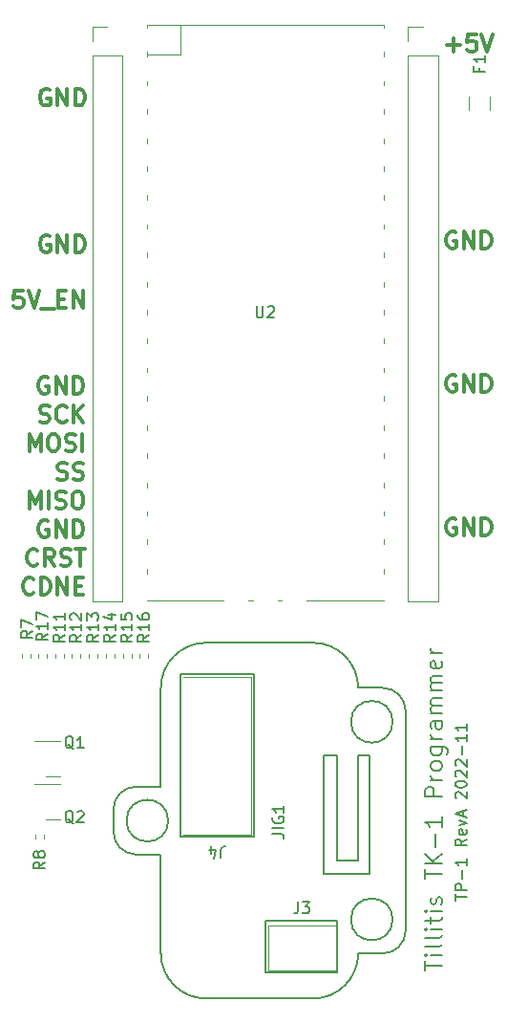
<source format=gbr>
%TF.GenerationSoftware,KiCad,Pcbnew,(6.0.4)*%
%TF.CreationDate,2022-11-14T15:22:01+01:00*%
%TF.ProjectId,tp1,7470312e-6b69-4636-9164-5f7063625858,rev?*%
%TF.SameCoordinates,Original*%
%TF.FileFunction,Legend,Top*%
%TF.FilePolarity,Positive*%
%FSLAX46Y46*%
G04 Gerber Fmt 4.6, Leading zero omitted, Abs format (unit mm)*
G04 Created by KiCad (PCBNEW (6.0.4)) date 2022-11-14 15:22:01*
%MOMM*%
%LPD*%
G01*
G04 APERTURE LIST*
%ADD10C,0.300000*%
%ADD11C,0.200000*%
%ADD12C,0.150000*%
%ADD13C,0.120000*%
G04 APERTURE END LIST*
D10*
X121376428Y-68250000D02*
X121233571Y-68178571D01*
X121019285Y-68178571D01*
X120805000Y-68250000D01*
X120662142Y-68392857D01*
X120590714Y-68535714D01*
X120519285Y-68821428D01*
X120519285Y-69035714D01*
X120590714Y-69321428D01*
X120662142Y-69464285D01*
X120805000Y-69607142D01*
X121019285Y-69678571D01*
X121162142Y-69678571D01*
X121376428Y-69607142D01*
X121447857Y-69535714D01*
X121447857Y-69035714D01*
X121162142Y-69035714D01*
X122090714Y-69678571D02*
X122090714Y-68178571D01*
X122947857Y-69678571D01*
X122947857Y-68178571D01*
X123662142Y-69678571D02*
X123662142Y-68178571D01*
X124019285Y-68178571D01*
X124233571Y-68250000D01*
X124376428Y-68392857D01*
X124447857Y-68535714D01*
X124519285Y-68821428D01*
X124519285Y-69035714D01*
X124447857Y-69321428D01*
X124376428Y-69464285D01*
X124233571Y-69607142D01*
X124019285Y-69678571D01*
X123662142Y-69678571D01*
X119593571Y-87278571D02*
X119593571Y-85778571D01*
X120093571Y-86850000D01*
X120593571Y-85778571D01*
X120593571Y-87278571D01*
X121593571Y-85778571D02*
X121879285Y-85778571D01*
X122022142Y-85850000D01*
X122165000Y-85992857D01*
X122236428Y-86278571D01*
X122236428Y-86778571D01*
X122165000Y-87064285D01*
X122022142Y-87207142D01*
X121879285Y-87278571D01*
X121593571Y-87278571D01*
X121450714Y-87207142D01*
X121307857Y-87064285D01*
X121236428Y-86778571D01*
X121236428Y-86278571D01*
X121307857Y-85992857D01*
X121450714Y-85850000D01*
X121593571Y-85778571D01*
X122807857Y-87207142D02*
X123022142Y-87278571D01*
X123379285Y-87278571D01*
X123522142Y-87207142D01*
X123593571Y-87135714D01*
X123665000Y-86992857D01*
X123665000Y-86850000D01*
X123593571Y-86707142D01*
X123522142Y-86635714D01*
X123379285Y-86564285D01*
X123093571Y-86492857D01*
X122950714Y-86421428D01*
X122879285Y-86350000D01*
X122807857Y-86207142D01*
X122807857Y-86064285D01*
X122879285Y-85921428D01*
X122950714Y-85850000D01*
X123093571Y-85778571D01*
X123450714Y-85778571D01*
X123665000Y-85850000D01*
X124307857Y-87278571D02*
X124307857Y-85778571D01*
X121236428Y-93470000D02*
X121093571Y-93398571D01*
X120879285Y-93398571D01*
X120665000Y-93470000D01*
X120522142Y-93612857D01*
X120450714Y-93755714D01*
X120379285Y-94041428D01*
X120379285Y-94255714D01*
X120450714Y-94541428D01*
X120522142Y-94684285D01*
X120665000Y-94827142D01*
X120879285Y-94898571D01*
X121022142Y-94898571D01*
X121236428Y-94827142D01*
X121307857Y-94755714D01*
X121307857Y-94255714D01*
X121022142Y-94255714D01*
X121950714Y-94898571D02*
X121950714Y-93398571D01*
X122807857Y-94898571D01*
X122807857Y-93398571D01*
X123522142Y-94898571D02*
X123522142Y-93398571D01*
X123879285Y-93398571D01*
X124093571Y-93470000D01*
X124236428Y-93612857D01*
X124307857Y-93755714D01*
X124379285Y-94041428D01*
X124379285Y-94255714D01*
X124307857Y-94541428D01*
X124236428Y-94684285D01*
X124093571Y-94827142D01*
X123879285Y-94898571D01*
X123522142Y-94898571D01*
X157412857Y-80610000D02*
X157270000Y-80538571D01*
X157055714Y-80538571D01*
X156841428Y-80610000D01*
X156698571Y-80752857D01*
X156627142Y-80895714D01*
X156555714Y-81181428D01*
X156555714Y-81395714D01*
X156627142Y-81681428D01*
X156698571Y-81824285D01*
X156841428Y-81967142D01*
X157055714Y-82038571D01*
X157198571Y-82038571D01*
X157412857Y-81967142D01*
X157484285Y-81895714D01*
X157484285Y-81395714D01*
X157198571Y-81395714D01*
X158127142Y-82038571D02*
X158127142Y-80538571D01*
X158984285Y-82038571D01*
X158984285Y-80538571D01*
X159698571Y-82038571D02*
X159698571Y-80538571D01*
X160055714Y-80538571D01*
X160270000Y-80610000D01*
X160412857Y-80752857D01*
X160484285Y-80895714D01*
X160555714Y-81181428D01*
X160555714Y-81395714D01*
X160484285Y-81681428D01*
X160412857Y-81824285D01*
X160270000Y-81967142D01*
X160055714Y-82038571D01*
X159698571Y-82038571D01*
X157412857Y-93310000D02*
X157270000Y-93238571D01*
X157055714Y-93238571D01*
X156841428Y-93310000D01*
X156698571Y-93452857D01*
X156627142Y-93595714D01*
X156555714Y-93881428D01*
X156555714Y-94095714D01*
X156627142Y-94381428D01*
X156698571Y-94524285D01*
X156841428Y-94667142D01*
X157055714Y-94738571D01*
X157198571Y-94738571D01*
X157412857Y-94667142D01*
X157484285Y-94595714D01*
X157484285Y-94095714D01*
X157198571Y-94095714D01*
X158127142Y-94738571D02*
X158127142Y-93238571D01*
X158984285Y-94738571D01*
X158984285Y-93238571D01*
X159698571Y-94738571D02*
X159698571Y-93238571D01*
X160055714Y-93238571D01*
X160270000Y-93310000D01*
X160412857Y-93452857D01*
X160484285Y-93595714D01*
X160555714Y-93881428D01*
X160555714Y-94095714D01*
X160484285Y-94381428D01*
X160412857Y-94524285D01*
X160270000Y-94667142D01*
X160055714Y-94738571D01*
X159698571Y-94738571D01*
D11*
X154678571Y-133250000D02*
X154678571Y-132392857D01*
X156178571Y-132821428D02*
X154678571Y-132821428D01*
X156178571Y-131892857D02*
X155178571Y-131892857D01*
X154678571Y-131892857D02*
X154750000Y-131964285D01*
X154821428Y-131892857D01*
X154750000Y-131821428D01*
X154678571Y-131892857D01*
X154821428Y-131892857D01*
X156178571Y-130964285D02*
X156107142Y-131107142D01*
X155964285Y-131178571D01*
X154678571Y-131178571D01*
X156178571Y-130178571D02*
X156107142Y-130321428D01*
X155964285Y-130392857D01*
X154678571Y-130392857D01*
X156178571Y-129607142D02*
X155178571Y-129607142D01*
X154678571Y-129607142D02*
X154750000Y-129678571D01*
X154821428Y-129607142D01*
X154750000Y-129535714D01*
X154678571Y-129607142D01*
X154821428Y-129607142D01*
X155178571Y-129107142D02*
X155178571Y-128535714D01*
X154678571Y-128892857D02*
X155964285Y-128892857D01*
X156107142Y-128821428D01*
X156178571Y-128678571D01*
X156178571Y-128535714D01*
X156178571Y-128035714D02*
X155178571Y-128035714D01*
X154678571Y-128035714D02*
X154750000Y-128107142D01*
X154821428Y-128035714D01*
X154750000Y-127964285D01*
X154678571Y-128035714D01*
X154821428Y-128035714D01*
X156107142Y-127392857D02*
X156178571Y-127250000D01*
X156178571Y-126964285D01*
X156107142Y-126821428D01*
X155964285Y-126750000D01*
X155892857Y-126750000D01*
X155750000Y-126821428D01*
X155678571Y-126964285D01*
X155678571Y-127178571D01*
X155607142Y-127321428D01*
X155464285Y-127392857D01*
X155392857Y-127392857D01*
X155250000Y-127321428D01*
X155178571Y-127178571D01*
X155178571Y-126964285D01*
X155250000Y-126821428D01*
X154678571Y-125178571D02*
X154678571Y-124321428D01*
X156178571Y-124750000D02*
X154678571Y-124750000D01*
X156178571Y-123821428D02*
X154678571Y-123821428D01*
X156178571Y-122964285D02*
X155321428Y-123607142D01*
X154678571Y-122964285D02*
X155535714Y-123821428D01*
X155607142Y-122321428D02*
X155607142Y-121178571D01*
X156178571Y-119678571D02*
X156178571Y-120535714D01*
X156178571Y-120107142D02*
X154678571Y-120107142D01*
X154892857Y-120250000D01*
X155035714Y-120392857D01*
X155107142Y-120535714D01*
X156178571Y-117892857D02*
X154678571Y-117892857D01*
X154678571Y-117321428D01*
X154750000Y-117178571D01*
X154821428Y-117107142D01*
X154964285Y-117035714D01*
X155178571Y-117035714D01*
X155321428Y-117107142D01*
X155392857Y-117178571D01*
X155464285Y-117321428D01*
X155464285Y-117892857D01*
X156178571Y-116392857D02*
X155178571Y-116392857D01*
X155464285Y-116392857D02*
X155321428Y-116321428D01*
X155250000Y-116250000D01*
X155178571Y-116107142D01*
X155178571Y-115964285D01*
X156178571Y-115250000D02*
X156107142Y-115392857D01*
X156035714Y-115464285D01*
X155892857Y-115535714D01*
X155464285Y-115535714D01*
X155321428Y-115464285D01*
X155250000Y-115392857D01*
X155178571Y-115250000D01*
X155178571Y-115035714D01*
X155250000Y-114892857D01*
X155321428Y-114821428D01*
X155464285Y-114750000D01*
X155892857Y-114750000D01*
X156035714Y-114821428D01*
X156107142Y-114892857D01*
X156178571Y-115035714D01*
X156178571Y-115250000D01*
X155178571Y-113464285D02*
X156392857Y-113464285D01*
X156535714Y-113535714D01*
X156607142Y-113607142D01*
X156678571Y-113750000D01*
X156678571Y-113964285D01*
X156607142Y-114107142D01*
X156107142Y-113464285D02*
X156178571Y-113607142D01*
X156178571Y-113892857D01*
X156107142Y-114035714D01*
X156035714Y-114107142D01*
X155892857Y-114178571D01*
X155464285Y-114178571D01*
X155321428Y-114107142D01*
X155250000Y-114035714D01*
X155178571Y-113892857D01*
X155178571Y-113607142D01*
X155250000Y-113464285D01*
X156178571Y-112750000D02*
X155178571Y-112750000D01*
X155464285Y-112750000D02*
X155321428Y-112678571D01*
X155250000Y-112607142D01*
X155178571Y-112464285D01*
X155178571Y-112321428D01*
X156178571Y-111178571D02*
X155392857Y-111178571D01*
X155250000Y-111250000D01*
X155178571Y-111392857D01*
X155178571Y-111678571D01*
X155250000Y-111821428D01*
X156107142Y-111178571D02*
X156178571Y-111321428D01*
X156178571Y-111678571D01*
X156107142Y-111821428D01*
X155964285Y-111892857D01*
X155821428Y-111892857D01*
X155678571Y-111821428D01*
X155607142Y-111678571D01*
X155607142Y-111321428D01*
X155535714Y-111178571D01*
X156178571Y-110464285D02*
X155178571Y-110464285D01*
X155321428Y-110464285D02*
X155250000Y-110392857D01*
X155178571Y-110250000D01*
X155178571Y-110035714D01*
X155250000Y-109892857D01*
X155392857Y-109821428D01*
X156178571Y-109821428D01*
X155392857Y-109821428D02*
X155250000Y-109750000D01*
X155178571Y-109607142D01*
X155178571Y-109392857D01*
X155250000Y-109250000D01*
X155392857Y-109178571D01*
X156178571Y-109178571D01*
X156178571Y-108464285D02*
X155178571Y-108464285D01*
X155321428Y-108464285D02*
X155250000Y-108392857D01*
X155178571Y-108250000D01*
X155178571Y-108035714D01*
X155250000Y-107892857D01*
X155392857Y-107821428D01*
X156178571Y-107821428D01*
X155392857Y-107821428D02*
X155250000Y-107750000D01*
X155178571Y-107607142D01*
X155178571Y-107392857D01*
X155250000Y-107250000D01*
X155392857Y-107178571D01*
X156178571Y-107178571D01*
X156107142Y-105892857D02*
X156178571Y-106035714D01*
X156178571Y-106321428D01*
X156107142Y-106464285D01*
X155964285Y-106535714D01*
X155392857Y-106535714D01*
X155250000Y-106464285D01*
X155178571Y-106321428D01*
X155178571Y-106035714D01*
X155250000Y-105892857D01*
X155392857Y-105821428D01*
X155535714Y-105821428D01*
X155678571Y-106535714D01*
X156178571Y-105178571D02*
X155178571Y-105178571D01*
X155464285Y-105178571D02*
X155321428Y-105107142D01*
X155250000Y-105035714D01*
X155178571Y-104892857D01*
X155178571Y-104750000D01*
D10*
X120522142Y-84667142D02*
X120736428Y-84738571D01*
X121093571Y-84738571D01*
X121236428Y-84667142D01*
X121307857Y-84595714D01*
X121379285Y-84452857D01*
X121379285Y-84310000D01*
X121307857Y-84167142D01*
X121236428Y-84095714D01*
X121093571Y-84024285D01*
X120807857Y-83952857D01*
X120665000Y-83881428D01*
X120593571Y-83810000D01*
X120522142Y-83667142D01*
X120522142Y-83524285D01*
X120593571Y-83381428D01*
X120665000Y-83310000D01*
X120807857Y-83238571D01*
X121165000Y-83238571D01*
X121379285Y-83310000D01*
X122879285Y-84595714D02*
X122807857Y-84667142D01*
X122593571Y-84738571D01*
X122450714Y-84738571D01*
X122236428Y-84667142D01*
X122093571Y-84524285D01*
X122022142Y-84381428D01*
X121950714Y-84095714D01*
X121950714Y-83881428D01*
X122022142Y-83595714D01*
X122093571Y-83452857D01*
X122236428Y-83310000D01*
X122450714Y-83238571D01*
X122593571Y-83238571D01*
X122807857Y-83310000D01*
X122879285Y-83381428D01*
X123522142Y-84738571D02*
X123522142Y-83238571D01*
X124379285Y-84738571D02*
X123736428Y-83881428D01*
X124379285Y-83238571D02*
X123522142Y-84095714D01*
X118990714Y-73078571D02*
X118276428Y-73078571D01*
X118205000Y-73792857D01*
X118276428Y-73721428D01*
X118419285Y-73650000D01*
X118776428Y-73650000D01*
X118919285Y-73721428D01*
X118990714Y-73792857D01*
X119062142Y-73935714D01*
X119062142Y-74292857D01*
X118990714Y-74435714D01*
X118919285Y-74507142D01*
X118776428Y-74578571D01*
X118419285Y-74578571D01*
X118276428Y-74507142D01*
X118205000Y-74435714D01*
X119490714Y-73078571D02*
X119990714Y-74578571D01*
X120490714Y-73078571D01*
X120633571Y-74721428D02*
X121776428Y-74721428D01*
X122133571Y-73792857D02*
X122633571Y-73792857D01*
X122847857Y-74578571D02*
X122133571Y-74578571D01*
X122133571Y-73078571D01*
X122847857Y-73078571D01*
X123490714Y-74578571D02*
X123490714Y-73078571D01*
X124347857Y-74578571D01*
X124347857Y-73078571D01*
X157412857Y-67910000D02*
X157270000Y-67838571D01*
X157055714Y-67838571D01*
X156841428Y-67910000D01*
X156698571Y-68052857D01*
X156627142Y-68195714D01*
X156555714Y-68481428D01*
X156555714Y-68695714D01*
X156627142Y-68981428D01*
X156698571Y-69124285D01*
X156841428Y-69267142D01*
X157055714Y-69338571D01*
X157198571Y-69338571D01*
X157412857Y-69267142D01*
X157484285Y-69195714D01*
X157484285Y-68695714D01*
X157198571Y-68695714D01*
X158127142Y-69338571D02*
X158127142Y-67838571D01*
X158984285Y-69338571D01*
X158984285Y-67838571D01*
X159698571Y-69338571D02*
X159698571Y-67838571D01*
X160055714Y-67838571D01*
X160270000Y-67910000D01*
X160412857Y-68052857D01*
X160484285Y-68195714D01*
X160555714Y-68481428D01*
X160555714Y-68695714D01*
X160484285Y-68981428D01*
X160412857Y-69124285D01*
X160270000Y-69267142D01*
X160055714Y-69338571D01*
X159698571Y-69338571D01*
X121376428Y-55250000D02*
X121233571Y-55178571D01*
X121019285Y-55178571D01*
X120805000Y-55250000D01*
X120662142Y-55392857D01*
X120590714Y-55535714D01*
X120519285Y-55821428D01*
X120519285Y-56035714D01*
X120590714Y-56321428D01*
X120662142Y-56464285D01*
X120805000Y-56607142D01*
X121019285Y-56678571D01*
X121162142Y-56678571D01*
X121376428Y-56607142D01*
X121447857Y-56535714D01*
X121447857Y-56035714D01*
X121162142Y-56035714D01*
X122090714Y-56678571D02*
X122090714Y-55178571D01*
X122947857Y-56678571D01*
X122947857Y-55178571D01*
X123662142Y-56678571D02*
X123662142Y-55178571D01*
X124019285Y-55178571D01*
X124233571Y-55250000D01*
X124376428Y-55392857D01*
X124447857Y-55535714D01*
X124519285Y-55821428D01*
X124519285Y-56035714D01*
X124447857Y-56321428D01*
X124376428Y-56464285D01*
X124233571Y-56607142D01*
X124019285Y-56678571D01*
X123662142Y-56678571D01*
X156627142Y-51307142D02*
X157770000Y-51307142D01*
X157198571Y-51878571D02*
X157198571Y-50735714D01*
X159198571Y-50378571D02*
X158484285Y-50378571D01*
X158412857Y-51092857D01*
X158484285Y-51021428D01*
X158627142Y-50950000D01*
X158984285Y-50950000D01*
X159127142Y-51021428D01*
X159198571Y-51092857D01*
X159270000Y-51235714D01*
X159270000Y-51592857D01*
X159198571Y-51735714D01*
X159127142Y-51807142D01*
X158984285Y-51878571D01*
X158627142Y-51878571D01*
X158484285Y-51807142D01*
X158412857Y-51735714D01*
X159698571Y-50378571D02*
X160198571Y-51878571D01*
X160698571Y-50378571D01*
X121236428Y-80770000D02*
X121093571Y-80698571D01*
X120879285Y-80698571D01*
X120665000Y-80770000D01*
X120522142Y-80912857D01*
X120450714Y-81055714D01*
X120379285Y-81341428D01*
X120379285Y-81555714D01*
X120450714Y-81841428D01*
X120522142Y-81984285D01*
X120665000Y-82127142D01*
X120879285Y-82198571D01*
X121022142Y-82198571D01*
X121236428Y-82127142D01*
X121307857Y-82055714D01*
X121307857Y-81555714D01*
X121022142Y-81555714D01*
X121950714Y-82198571D02*
X121950714Y-80698571D01*
X122807857Y-82198571D01*
X122807857Y-80698571D01*
X123522142Y-82198571D02*
X123522142Y-80698571D01*
X123879285Y-80698571D01*
X124093571Y-80770000D01*
X124236428Y-80912857D01*
X124307857Y-81055714D01*
X124379285Y-81341428D01*
X124379285Y-81555714D01*
X124307857Y-81841428D01*
X124236428Y-81984285D01*
X124093571Y-82127142D01*
X123879285Y-82198571D01*
X123522142Y-82198571D01*
X120307857Y-97295714D02*
X120236428Y-97367142D01*
X120022142Y-97438571D01*
X119879285Y-97438571D01*
X119665000Y-97367142D01*
X119522142Y-97224285D01*
X119450714Y-97081428D01*
X119379285Y-96795714D01*
X119379285Y-96581428D01*
X119450714Y-96295714D01*
X119522142Y-96152857D01*
X119665000Y-96010000D01*
X119879285Y-95938571D01*
X120022142Y-95938571D01*
X120236428Y-96010000D01*
X120307857Y-96081428D01*
X121807857Y-97438571D02*
X121307857Y-96724285D01*
X120950714Y-97438571D02*
X120950714Y-95938571D01*
X121522142Y-95938571D01*
X121665000Y-96010000D01*
X121736428Y-96081428D01*
X121807857Y-96224285D01*
X121807857Y-96438571D01*
X121736428Y-96581428D01*
X121665000Y-96652857D01*
X121522142Y-96724285D01*
X120950714Y-96724285D01*
X122379285Y-97367142D02*
X122593571Y-97438571D01*
X122950714Y-97438571D01*
X123093571Y-97367142D01*
X123165000Y-97295714D01*
X123236428Y-97152857D01*
X123236428Y-97010000D01*
X123165000Y-96867142D01*
X123093571Y-96795714D01*
X122950714Y-96724285D01*
X122665000Y-96652857D01*
X122522142Y-96581428D01*
X122450714Y-96510000D01*
X122379285Y-96367142D01*
X122379285Y-96224285D01*
X122450714Y-96081428D01*
X122522142Y-96010000D01*
X122665000Y-95938571D01*
X123022142Y-95938571D01*
X123236428Y-96010000D01*
X123665000Y-95938571D02*
X124522142Y-95938571D01*
X124093571Y-97438571D02*
X124093571Y-95938571D01*
X119593571Y-92358571D02*
X119593571Y-90858571D01*
X120093571Y-91930000D01*
X120593571Y-90858571D01*
X120593571Y-92358571D01*
X121307857Y-92358571D02*
X121307857Y-90858571D01*
X121950714Y-92287142D02*
X122165000Y-92358571D01*
X122522142Y-92358571D01*
X122665000Y-92287142D01*
X122736428Y-92215714D01*
X122807857Y-92072857D01*
X122807857Y-91930000D01*
X122736428Y-91787142D01*
X122665000Y-91715714D01*
X122522142Y-91644285D01*
X122236428Y-91572857D01*
X122093571Y-91501428D01*
X122022142Y-91430000D01*
X121950714Y-91287142D01*
X121950714Y-91144285D01*
X122022142Y-91001428D01*
X122093571Y-90930000D01*
X122236428Y-90858571D01*
X122593571Y-90858571D01*
X122807857Y-90930000D01*
X123736428Y-90858571D02*
X124022142Y-90858571D01*
X124165000Y-90930000D01*
X124307857Y-91072857D01*
X124379285Y-91358571D01*
X124379285Y-91858571D01*
X124307857Y-92144285D01*
X124165000Y-92287142D01*
X124022142Y-92358571D01*
X123736428Y-92358571D01*
X123593571Y-92287142D01*
X123450714Y-92144285D01*
X123379285Y-91858571D01*
X123379285Y-91358571D01*
X123450714Y-91072857D01*
X123593571Y-90930000D01*
X123736428Y-90858571D01*
X119950714Y-99835714D02*
X119879285Y-99907142D01*
X119665000Y-99978571D01*
X119522142Y-99978571D01*
X119307857Y-99907142D01*
X119165000Y-99764285D01*
X119093571Y-99621428D01*
X119022142Y-99335714D01*
X119022142Y-99121428D01*
X119093571Y-98835714D01*
X119165000Y-98692857D01*
X119307857Y-98550000D01*
X119522142Y-98478571D01*
X119665000Y-98478571D01*
X119879285Y-98550000D01*
X119950714Y-98621428D01*
X120593571Y-99978571D02*
X120593571Y-98478571D01*
X120950714Y-98478571D01*
X121165000Y-98550000D01*
X121307857Y-98692857D01*
X121379285Y-98835714D01*
X121450714Y-99121428D01*
X121450714Y-99335714D01*
X121379285Y-99621428D01*
X121307857Y-99764285D01*
X121165000Y-99907142D01*
X120950714Y-99978571D01*
X120593571Y-99978571D01*
X122093571Y-99978571D02*
X122093571Y-98478571D01*
X122950714Y-99978571D01*
X122950714Y-98478571D01*
X123665000Y-99192857D02*
X124165000Y-99192857D01*
X124379285Y-99978571D02*
X123665000Y-99978571D01*
X123665000Y-98478571D01*
X124379285Y-98478571D01*
X122093571Y-89747142D02*
X122307857Y-89818571D01*
X122665000Y-89818571D01*
X122807857Y-89747142D01*
X122879285Y-89675714D01*
X122950714Y-89532857D01*
X122950714Y-89390000D01*
X122879285Y-89247142D01*
X122807857Y-89175714D01*
X122665000Y-89104285D01*
X122379285Y-89032857D01*
X122236428Y-88961428D01*
X122165000Y-88890000D01*
X122093571Y-88747142D01*
X122093571Y-88604285D01*
X122165000Y-88461428D01*
X122236428Y-88390000D01*
X122379285Y-88318571D01*
X122736428Y-88318571D01*
X122950714Y-88390000D01*
X123522142Y-89747142D02*
X123736428Y-89818571D01*
X124093571Y-89818571D01*
X124236428Y-89747142D01*
X124307857Y-89675714D01*
X124379285Y-89532857D01*
X124379285Y-89390000D01*
X124307857Y-89247142D01*
X124236428Y-89175714D01*
X124093571Y-89104285D01*
X123807857Y-89032857D01*
X123665000Y-88961428D01*
X123593571Y-88890000D01*
X123522142Y-88747142D01*
X123522142Y-88604285D01*
X123593571Y-88461428D01*
X123665000Y-88390000D01*
X123807857Y-88318571D01*
X124165000Y-88318571D01*
X124379285Y-88390000D01*
D12*
X157352380Y-127057142D02*
X157352380Y-126485714D01*
X158352380Y-126771428D02*
X157352380Y-126771428D01*
X158352380Y-126152380D02*
X157352380Y-126152380D01*
X157352380Y-125771428D01*
X157400000Y-125676190D01*
X157447619Y-125628571D01*
X157542857Y-125580952D01*
X157685714Y-125580952D01*
X157780952Y-125628571D01*
X157828571Y-125676190D01*
X157876190Y-125771428D01*
X157876190Y-126152380D01*
X157971428Y-125152380D02*
X157971428Y-124390476D01*
X158352380Y-123390476D02*
X158352380Y-123961904D01*
X158352380Y-123676190D02*
X157352380Y-123676190D01*
X157495238Y-123771428D01*
X157590476Y-123866666D01*
X157638095Y-123961904D01*
X158352380Y-121628571D02*
X157876190Y-121961904D01*
X158352380Y-122200000D02*
X157352380Y-122200000D01*
X157352380Y-121819047D01*
X157400000Y-121723809D01*
X157447619Y-121676190D01*
X157542857Y-121628571D01*
X157685714Y-121628571D01*
X157780952Y-121676190D01*
X157828571Y-121723809D01*
X157876190Y-121819047D01*
X157876190Y-122200000D01*
X158304761Y-120819047D02*
X158352380Y-120914285D01*
X158352380Y-121104761D01*
X158304761Y-121200000D01*
X158209523Y-121247619D01*
X157828571Y-121247619D01*
X157733333Y-121200000D01*
X157685714Y-121104761D01*
X157685714Y-120914285D01*
X157733333Y-120819047D01*
X157828571Y-120771428D01*
X157923809Y-120771428D01*
X158019047Y-121247619D01*
X157685714Y-120438095D02*
X158352380Y-120200000D01*
X157685714Y-119961904D01*
X158066666Y-119628571D02*
X158066666Y-119152380D01*
X158352380Y-119723809D02*
X157352380Y-119390476D01*
X158352380Y-119057142D01*
X157447619Y-118009523D02*
X157400000Y-117961904D01*
X157352380Y-117866666D01*
X157352380Y-117628571D01*
X157400000Y-117533333D01*
X157447619Y-117485714D01*
X157542857Y-117438095D01*
X157638095Y-117438095D01*
X157780952Y-117485714D01*
X158352380Y-118057142D01*
X158352380Y-117438095D01*
X157352380Y-116819047D02*
X157352380Y-116723809D01*
X157400000Y-116628571D01*
X157447619Y-116580952D01*
X157542857Y-116533333D01*
X157733333Y-116485714D01*
X157971428Y-116485714D01*
X158161904Y-116533333D01*
X158257142Y-116580952D01*
X158304761Y-116628571D01*
X158352380Y-116723809D01*
X158352380Y-116819047D01*
X158304761Y-116914285D01*
X158257142Y-116961904D01*
X158161904Y-117009523D01*
X157971428Y-117057142D01*
X157733333Y-117057142D01*
X157542857Y-117009523D01*
X157447619Y-116961904D01*
X157400000Y-116914285D01*
X157352380Y-116819047D01*
X157447619Y-116104761D02*
X157400000Y-116057142D01*
X157352380Y-115961904D01*
X157352380Y-115723809D01*
X157400000Y-115628571D01*
X157447619Y-115580952D01*
X157542857Y-115533333D01*
X157638095Y-115533333D01*
X157780952Y-115580952D01*
X158352380Y-116152380D01*
X158352380Y-115533333D01*
X157447619Y-115152380D02*
X157400000Y-115104761D01*
X157352380Y-115009523D01*
X157352380Y-114771428D01*
X157400000Y-114676190D01*
X157447619Y-114628571D01*
X157542857Y-114580952D01*
X157638095Y-114580952D01*
X157780952Y-114628571D01*
X158352380Y-115200000D01*
X158352380Y-114580952D01*
X157971428Y-114152380D02*
X157971428Y-113390476D01*
X158352380Y-112390476D02*
X158352380Y-112961904D01*
X158352380Y-112676190D02*
X157352380Y-112676190D01*
X157495238Y-112771428D01*
X157590476Y-112866666D01*
X157638095Y-112961904D01*
X158352380Y-111438095D02*
X158352380Y-112009523D01*
X158352380Y-111723809D02*
X157352380Y-111723809D01*
X157495238Y-111819047D01*
X157590476Y-111914285D01*
X157638095Y-112009523D01*
%TO.C,F1*%
X159478571Y-53333333D02*
X159478571Y-53666666D01*
X160002380Y-53666666D02*
X159002380Y-53666666D01*
X159002380Y-53190476D01*
X160002380Y-52285714D02*
X160002380Y-52857142D01*
X160002380Y-52571428D02*
X159002380Y-52571428D01*
X159145238Y-52666666D01*
X159240476Y-52761904D01*
X159288095Y-52857142D01*
%TO.C,R12*%
X124202380Y-103542857D02*
X123726190Y-103876190D01*
X124202380Y-104114285D02*
X123202380Y-104114285D01*
X123202380Y-103733333D01*
X123250000Y-103638095D01*
X123297619Y-103590476D01*
X123392857Y-103542857D01*
X123535714Y-103542857D01*
X123630952Y-103590476D01*
X123678571Y-103638095D01*
X123726190Y-103733333D01*
X123726190Y-104114285D01*
X124202380Y-102590476D02*
X124202380Y-103161904D01*
X124202380Y-102876190D02*
X123202380Y-102876190D01*
X123345238Y-102971428D01*
X123440476Y-103066666D01*
X123488095Y-103161904D01*
X123297619Y-102209523D02*
X123250000Y-102161904D01*
X123202380Y-102066666D01*
X123202380Y-101828571D01*
X123250000Y-101733333D01*
X123297619Y-101685714D01*
X123392857Y-101638095D01*
X123488095Y-101638095D01*
X123630952Y-101685714D01*
X124202380Y-102257142D01*
X124202380Y-101638095D01*
%TO.C,R14*%
X127202380Y-103542857D02*
X126726190Y-103876190D01*
X127202380Y-104114285D02*
X126202380Y-104114285D01*
X126202380Y-103733333D01*
X126250000Y-103638095D01*
X126297619Y-103590476D01*
X126392857Y-103542857D01*
X126535714Y-103542857D01*
X126630952Y-103590476D01*
X126678571Y-103638095D01*
X126726190Y-103733333D01*
X126726190Y-104114285D01*
X127202380Y-102590476D02*
X127202380Y-103161904D01*
X127202380Y-102876190D02*
X126202380Y-102876190D01*
X126345238Y-102971428D01*
X126440476Y-103066666D01*
X126488095Y-103161904D01*
X126535714Y-101733333D02*
X127202380Y-101733333D01*
X126154761Y-101971428D02*
X126869047Y-102209523D01*
X126869047Y-101590476D01*
%TO.C,R11*%
X122702380Y-103542857D02*
X122226190Y-103876190D01*
X122702380Y-104114285D02*
X121702380Y-104114285D01*
X121702380Y-103733333D01*
X121750000Y-103638095D01*
X121797619Y-103590476D01*
X121892857Y-103542857D01*
X122035714Y-103542857D01*
X122130952Y-103590476D01*
X122178571Y-103638095D01*
X122226190Y-103733333D01*
X122226190Y-104114285D01*
X122702380Y-102590476D02*
X122702380Y-103161904D01*
X122702380Y-102876190D02*
X121702380Y-102876190D01*
X121845238Y-102971428D01*
X121940476Y-103066666D01*
X121988095Y-103161904D01*
X122702380Y-101638095D02*
X122702380Y-102209523D01*
X122702380Y-101923809D02*
X121702380Y-101923809D01*
X121845238Y-102019047D01*
X121940476Y-102114285D01*
X121988095Y-102209523D01*
%TO.C,R13*%
X125702380Y-103542857D02*
X125226190Y-103876190D01*
X125702380Y-104114285D02*
X124702380Y-104114285D01*
X124702380Y-103733333D01*
X124750000Y-103638095D01*
X124797619Y-103590476D01*
X124892857Y-103542857D01*
X125035714Y-103542857D01*
X125130952Y-103590476D01*
X125178571Y-103638095D01*
X125226190Y-103733333D01*
X125226190Y-104114285D01*
X125702380Y-102590476D02*
X125702380Y-103161904D01*
X125702380Y-102876190D02*
X124702380Y-102876190D01*
X124845238Y-102971428D01*
X124940476Y-103066666D01*
X124988095Y-103161904D01*
X124702380Y-102257142D02*
X124702380Y-101638095D01*
X125083333Y-101971428D01*
X125083333Y-101828571D01*
X125130952Y-101733333D01*
X125178571Y-101685714D01*
X125273809Y-101638095D01*
X125511904Y-101638095D01*
X125607142Y-101685714D01*
X125654761Y-101733333D01*
X125702380Y-101828571D01*
X125702380Y-102114285D01*
X125654761Y-102209523D01*
X125607142Y-102257142D01*
%TO.C,Q1*%
X123504761Y-113647619D02*
X123409523Y-113600000D01*
X123314285Y-113504761D01*
X123171428Y-113361904D01*
X123076190Y-113314285D01*
X122980952Y-113314285D01*
X123028571Y-113552380D02*
X122933333Y-113504761D01*
X122838095Y-113409523D01*
X122790476Y-113219047D01*
X122790476Y-112885714D01*
X122838095Y-112695238D01*
X122933333Y-112600000D01*
X123028571Y-112552380D01*
X123219047Y-112552380D01*
X123314285Y-112600000D01*
X123409523Y-112695238D01*
X123457142Y-112885714D01*
X123457142Y-113219047D01*
X123409523Y-113409523D01*
X123314285Y-113504761D01*
X123219047Y-113552380D01*
X123028571Y-113552380D01*
X124409523Y-113552380D02*
X123838095Y-113552380D01*
X124123809Y-113552380D02*
X124123809Y-112552380D01*
X124028571Y-112695238D01*
X123933333Y-112790476D01*
X123838095Y-112838095D01*
%TO.C,JIG1*%
X141152380Y-121171428D02*
X141866666Y-121171428D01*
X142009523Y-121219047D01*
X142104761Y-121314285D01*
X142152380Y-121457142D01*
X142152380Y-121552380D01*
X142152380Y-120695238D02*
X141152380Y-120695238D01*
X141200000Y-119695238D02*
X141152380Y-119790476D01*
X141152380Y-119933333D01*
X141200000Y-120076190D01*
X141295238Y-120171428D01*
X141390476Y-120219047D01*
X141580952Y-120266666D01*
X141723809Y-120266666D01*
X141914285Y-120219047D01*
X142009523Y-120171428D01*
X142104761Y-120076190D01*
X142152380Y-119933333D01*
X142152380Y-119838095D01*
X142104761Y-119695238D01*
X142057142Y-119647619D01*
X141723809Y-119647619D01*
X141723809Y-119838095D01*
X142152380Y-118695238D02*
X142152380Y-119266666D01*
X142152380Y-118980952D02*
X141152380Y-118980952D01*
X141295238Y-119076190D01*
X141390476Y-119171428D01*
X141438095Y-119266666D01*
%TO.C,R8*%
X120952380Y-123666666D02*
X120476190Y-124000000D01*
X120952380Y-124238095D02*
X119952380Y-124238095D01*
X119952380Y-123857142D01*
X120000000Y-123761904D01*
X120047619Y-123714285D01*
X120142857Y-123666666D01*
X120285714Y-123666666D01*
X120380952Y-123714285D01*
X120428571Y-123761904D01*
X120476190Y-123857142D01*
X120476190Y-124238095D01*
X120380952Y-123095238D02*
X120333333Y-123190476D01*
X120285714Y-123238095D01*
X120190476Y-123285714D01*
X120142857Y-123285714D01*
X120047619Y-123238095D01*
X120000000Y-123190476D01*
X119952380Y-123095238D01*
X119952380Y-122904761D01*
X120000000Y-122809523D01*
X120047619Y-122761904D01*
X120142857Y-122714285D01*
X120190476Y-122714285D01*
X120285714Y-122761904D01*
X120333333Y-122809523D01*
X120380952Y-122904761D01*
X120380952Y-123095238D01*
X120428571Y-123190476D01*
X120476190Y-123238095D01*
X120571428Y-123285714D01*
X120761904Y-123285714D01*
X120857142Y-123238095D01*
X120904761Y-123190476D01*
X120952380Y-123095238D01*
X120952380Y-122904761D01*
X120904761Y-122809523D01*
X120857142Y-122761904D01*
X120761904Y-122714285D01*
X120571428Y-122714285D01*
X120476190Y-122761904D01*
X120428571Y-122809523D01*
X120380952Y-122904761D01*
%TO.C,Q2*%
X123504761Y-120247619D02*
X123409523Y-120200000D01*
X123314285Y-120104761D01*
X123171428Y-119961904D01*
X123076190Y-119914285D01*
X122980952Y-119914285D01*
X123028571Y-120152380D02*
X122933333Y-120104761D01*
X122838095Y-120009523D01*
X122790476Y-119819047D01*
X122790476Y-119485714D01*
X122838095Y-119295238D01*
X122933333Y-119200000D01*
X123028571Y-119152380D01*
X123219047Y-119152380D01*
X123314285Y-119200000D01*
X123409523Y-119295238D01*
X123457142Y-119485714D01*
X123457142Y-119819047D01*
X123409523Y-120009523D01*
X123314285Y-120104761D01*
X123219047Y-120152380D01*
X123028571Y-120152380D01*
X123838095Y-119247619D02*
X123885714Y-119200000D01*
X123980952Y-119152380D01*
X124219047Y-119152380D01*
X124314285Y-119200000D01*
X124361904Y-119247619D01*
X124409523Y-119342857D01*
X124409523Y-119438095D01*
X124361904Y-119580952D01*
X123790476Y-120152380D01*
X124409523Y-120152380D01*
%TO.C,J4*%
X136583333Y-123297619D02*
X136583333Y-122583333D01*
X136630952Y-122440476D01*
X136726190Y-122345238D01*
X136869047Y-122297619D01*
X136964285Y-122297619D01*
X135678571Y-122964285D02*
X135678571Y-122297619D01*
X135916666Y-123345238D02*
X136154761Y-122630952D01*
X135535714Y-122630952D01*
%TO.C,J3*%
X143416666Y-127202380D02*
X143416666Y-127916666D01*
X143369047Y-128059523D01*
X143273809Y-128154761D01*
X143130952Y-128202380D01*
X143035714Y-128202380D01*
X143797619Y-127202380D02*
X144416666Y-127202380D01*
X144083333Y-127583333D01*
X144226190Y-127583333D01*
X144321428Y-127630952D01*
X144369047Y-127678571D01*
X144416666Y-127773809D01*
X144416666Y-128011904D01*
X144369047Y-128107142D01*
X144321428Y-128154761D01*
X144226190Y-128202380D01*
X143940476Y-128202380D01*
X143845238Y-128154761D01*
X143797619Y-128107142D01*
%TO.C,U2*%
X139738095Y-74452380D02*
X139738095Y-75261904D01*
X139785714Y-75357142D01*
X139833333Y-75404761D01*
X139928571Y-75452380D01*
X140119047Y-75452380D01*
X140214285Y-75404761D01*
X140261904Y-75357142D01*
X140309523Y-75261904D01*
X140309523Y-74452380D01*
X140738095Y-74547619D02*
X140785714Y-74500000D01*
X140880952Y-74452380D01*
X141119047Y-74452380D01*
X141214285Y-74500000D01*
X141261904Y-74547619D01*
X141309523Y-74642857D01*
X141309523Y-74738095D01*
X141261904Y-74880952D01*
X140690476Y-75452380D01*
X141309523Y-75452380D01*
%TO.C,R16*%
X130202380Y-103542857D02*
X129726190Y-103876190D01*
X130202380Y-104114285D02*
X129202380Y-104114285D01*
X129202380Y-103733333D01*
X129250000Y-103638095D01*
X129297619Y-103590476D01*
X129392857Y-103542857D01*
X129535714Y-103542857D01*
X129630952Y-103590476D01*
X129678571Y-103638095D01*
X129726190Y-103733333D01*
X129726190Y-104114285D01*
X130202380Y-102590476D02*
X130202380Y-103161904D01*
X130202380Y-102876190D02*
X129202380Y-102876190D01*
X129345238Y-102971428D01*
X129440476Y-103066666D01*
X129488095Y-103161904D01*
X129202380Y-101733333D02*
X129202380Y-101923809D01*
X129250000Y-102019047D01*
X129297619Y-102066666D01*
X129440476Y-102161904D01*
X129630952Y-102209523D01*
X130011904Y-102209523D01*
X130107142Y-102161904D01*
X130154761Y-102114285D01*
X130202380Y-102019047D01*
X130202380Y-101828571D01*
X130154761Y-101733333D01*
X130107142Y-101685714D01*
X130011904Y-101638095D01*
X129773809Y-101638095D01*
X129678571Y-101685714D01*
X129630952Y-101733333D01*
X129583333Y-101828571D01*
X129583333Y-102019047D01*
X129630952Y-102114285D01*
X129678571Y-102161904D01*
X129773809Y-102209523D01*
%TO.C,R17*%
X121202380Y-103442857D02*
X120726190Y-103776190D01*
X121202380Y-104014285D02*
X120202380Y-104014285D01*
X120202380Y-103633333D01*
X120250000Y-103538095D01*
X120297619Y-103490476D01*
X120392857Y-103442857D01*
X120535714Y-103442857D01*
X120630952Y-103490476D01*
X120678571Y-103538095D01*
X120726190Y-103633333D01*
X120726190Y-104014285D01*
X121202380Y-102490476D02*
X121202380Y-103061904D01*
X121202380Y-102776190D02*
X120202380Y-102776190D01*
X120345238Y-102871428D01*
X120440476Y-102966666D01*
X120488095Y-103061904D01*
X120202380Y-102157142D02*
X120202380Y-101490476D01*
X121202380Y-101919047D01*
%TO.C,R15*%
X128702380Y-103542857D02*
X128226190Y-103876190D01*
X128702380Y-104114285D02*
X127702380Y-104114285D01*
X127702380Y-103733333D01*
X127750000Y-103638095D01*
X127797619Y-103590476D01*
X127892857Y-103542857D01*
X128035714Y-103542857D01*
X128130952Y-103590476D01*
X128178571Y-103638095D01*
X128226190Y-103733333D01*
X128226190Y-104114285D01*
X128702380Y-102590476D02*
X128702380Y-103161904D01*
X128702380Y-102876190D02*
X127702380Y-102876190D01*
X127845238Y-102971428D01*
X127940476Y-103066666D01*
X127988095Y-103161904D01*
X127702380Y-101685714D02*
X127702380Y-102161904D01*
X128178571Y-102209523D01*
X128130952Y-102161904D01*
X128083333Y-102066666D01*
X128083333Y-101828571D01*
X128130952Y-101733333D01*
X128178571Y-101685714D01*
X128273809Y-101638095D01*
X128511904Y-101638095D01*
X128607142Y-101685714D01*
X128654761Y-101733333D01*
X128702380Y-101828571D01*
X128702380Y-102066666D01*
X128654761Y-102161904D01*
X128607142Y-102209523D01*
%TO.C,R7*%
X119862380Y-103196666D02*
X119386190Y-103530000D01*
X119862380Y-103768095D02*
X118862380Y-103768095D01*
X118862380Y-103387142D01*
X118910000Y-103291904D01*
X118957619Y-103244285D01*
X119052857Y-103196666D01*
X119195714Y-103196666D01*
X119290952Y-103244285D01*
X119338571Y-103291904D01*
X119386190Y-103387142D01*
X119386190Y-103768095D01*
X118862380Y-102863333D02*
X118862380Y-102196666D01*
X119862380Y-102625238D01*
D13*
%TO.C,J2*%
X153170000Y-100590000D02*
X155830000Y-100590000D01*
X153170000Y-49670000D02*
X154500000Y-49670000D01*
X153170000Y-51000000D02*
X153170000Y-49670000D01*
X153170000Y-52270000D02*
X153170000Y-100590000D01*
X153170000Y-52270000D02*
X155830000Y-52270000D01*
X155830000Y-52270000D02*
X155830000Y-100590000D01*
%TO.C,F1*%
X158590000Y-55897936D02*
X158590000Y-57102064D01*
X160410000Y-55897936D02*
X160410000Y-57102064D01*
%TO.C,R12*%
X124130000Y-105553641D02*
X124130000Y-105246359D01*
X123370000Y-105553641D02*
X123370000Y-105246359D01*
%TO.C,J1*%
X125170000Y-51000000D02*
X125170000Y-49670000D01*
X125170000Y-100590000D02*
X127830000Y-100590000D01*
X125170000Y-52270000D02*
X125170000Y-100590000D01*
X125170000Y-52270000D02*
X127830000Y-52270000D01*
X127830000Y-52270000D02*
X127830000Y-100590000D01*
X125170000Y-49670000D02*
X126500000Y-49670000D01*
%TO.C,R14*%
X126370000Y-105553641D02*
X126370000Y-105246359D01*
X127130000Y-105553641D02*
X127130000Y-105246359D01*
%TO.C,R11*%
X122630000Y-105553641D02*
X122630000Y-105246359D01*
X121870000Y-105553641D02*
X121870000Y-105246359D01*
%TO.C,R13*%
X124870000Y-105553641D02*
X124870000Y-105246359D01*
X125630000Y-105553641D02*
X125630000Y-105246359D01*
%TO.C,Q1*%
X121700000Y-112930000D02*
X122350000Y-112930000D01*
X121700000Y-116050000D02*
X121050000Y-116050000D01*
X121700000Y-112930000D02*
X120025000Y-112930000D01*
X121700000Y-116050000D02*
X122350000Y-116050000D01*
D11*
%TO.C,JIG1*%
X148750000Y-108250000D02*
X150950000Y-108250000D01*
X152950000Y-110250000D02*
X152950000Y-129750000D01*
X146900000Y-123550000D02*
X146900000Y-114250000D01*
X150950000Y-131750000D02*
X148750000Y-131750000D01*
X146900000Y-133450000D02*
X146900000Y-128900000D01*
X135250000Y-104250000D02*
X144750000Y-104250000D01*
X140500000Y-128900000D02*
X140500000Y-133450000D01*
X148750000Y-123550000D02*
X146900000Y-123550000D01*
X140500000Y-133450000D02*
X146900000Y-133450000D01*
X139500000Y-121450000D02*
X139500000Y-107050000D01*
X129050000Y-117000000D02*
X131250000Y-117000000D01*
X148750000Y-114250000D02*
X148750000Y-123550000D01*
X127050000Y-121000000D02*
X127050000Y-119000000D01*
X145700000Y-114250000D02*
X145700000Y-124750000D01*
X131250000Y-123000000D02*
X129050000Y-123000000D01*
X146900000Y-128900000D02*
X140500000Y-128900000D01*
X145700000Y-124750000D02*
X149750000Y-124750000D01*
X133000000Y-107050000D02*
X133000000Y-121450000D01*
X149750000Y-124750000D02*
X149750000Y-114250000D01*
X149750000Y-114250000D02*
X148750000Y-114250000D01*
X131250000Y-131750000D02*
X131250000Y-123000000D01*
X139500000Y-107050000D02*
X133000000Y-107050000D01*
X146900000Y-114250000D02*
X145700000Y-114250000D01*
X133000000Y-121450000D02*
X139500000Y-121450000D01*
X131250000Y-117000000D02*
X131250000Y-108250000D01*
X144750000Y-135750000D02*
X135250000Y-135750000D01*
X152950000Y-110250000D02*
G75*
G03*
X150950000Y-108250000I-2000000J0D01*
G01*
X150950000Y-131750000D02*
G75*
G03*
X152950000Y-129750000I1J1999999D01*
G01*
X129050000Y-117000000D02*
G75*
G03*
X127050000Y-119000000I0J-2000000D01*
G01*
X135250000Y-104250000D02*
G75*
G03*
X131250000Y-108250000I0J-4000000D01*
G01*
X144750000Y-135750000D02*
G75*
G03*
X148750000Y-131750000I0J4000000D01*
G01*
X131250000Y-131750000D02*
G75*
G03*
X135250000Y-135750000I4000000J0D01*
G01*
X148750000Y-108250000D02*
G75*
G03*
X144750000Y-104250000I-4000000J0D01*
G01*
X127050000Y-121000000D02*
G75*
G03*
X129050000Y-123000000I1999999J-1D01*
G01*
X131900000Y-120000000D02*
G75*
G03*
X131900000Y-120000000I-1850000J0D01*
G01*
X151800000Y-111250000D02*
G75*
G03*
X151800000Y-111250000I-1850000J0D01*
G01*
X151800000Y-128750000D02*
G75*
G03*
X151800000Y-128750000I-1850000J0D01*
G01*
D13*
%TO.C,R8*%
X120120000Y-121246359D02*
X120120000Y-121553641D01*
X120880000Y-121246359D02*
X120880000Y-121553641D01*
%TO.C,Q2*%
X121700000Y-116740000D02*
X122350000Y-116740000D01*
X121700000Y-119860000D02*
X122350000Y-119860000D01*
X121700000Y-119860000D02*
X121050000Y-119860000D01*
X121700000Y-116740000D02*
X120025000Y-116740000D01*
%TO.C,J4*%
X139250000Y-121250000D02*
X133250000Y-121250000D01*
X139250000Y-107250000D02*
X139250000Y-121250000D01*
X133250000Y-107250000D02*
X139250000Y-107250000D01*
%TO.C,J3*%
X146750000Y-133250000D02*
X140750000Y-133250000D01*
X140750000Y-133250000D02*
X140750000Y-129250000D01*
X140750000Y-129250000D02*
X146750000Y-129250000D01*
%TO.C,U2*%
X130000000Y-51900000D02*
X130000000Y-52300000D01*
X151000000Y-95100000D02*
X151000000Y-95500000D01*
X151000000Y-100500000D02*
X144200000Y-100500000D01*
X130000000Y-69700000D02*
X130000000Y-70100000D01*
X136800000Y-100500000D02*
X130000000Y-100500000D01*
X130000000Y-77300000D02*
X130000000Y-77700000D01*
X151000000Y-59600000D02*
X151000000Y-60000000D01*
X130000000Y-74800000D02*
X130000000Y-75200000D01*
X130000000Y-49500000D02*
X151000000Y-49500000D01*
X139000000Y-100500000D02*
X139400000Y-100500000D01*
X151000000Y-82400000D02*
X151000000Y-82800000D01*
X130000000Y-54500000D02*
X130000000Y-54900000D01*
X130000000Y-87500000D02*
X130000000Y-87900000D01*
X151000000Y-62100000D02*
X151000000Y-62500000D01*
X151000000Y-72300000D02*
X151000000Y-72700000D01*
X130000000Y-90100000D02*
X130000000Y-90500000D01*
X151000000Y-49500000D02*
X151000000Y-49800000D01*
X133007000Y-52167000D02*
X133007000Y-49500000D01*
X151000000Y-57000000D02*
X151000000Y-57400000D01*
X130000000Y-95100000D02*
X130000000Y-95500000D01*
X130000000Y-59600000D02*
X130000000Y-60000000D01*
X151000000Y-77300000D02*
X151000000Y-77700000D01*
X151000000Y-51900000D02*
X151000000Y-52300000D01*
X141600000Y-100500000D02*
X142000000Y-100500000D01*
X130000000Y-85000000D02*
X130000000Y-85400000D01*
X151000000Y-79900000D02*
X151000000Y-80300000D01*
X130000000Y-62100000D02*
X130000000Y-62500000D01*
X151000000Y-69700000D02*
X151000000Y-70100000D01*
X151000000Y-85000000D02*
X151000000Y-85400000D01*
X151000000Y-67200000D02*
X151000000Y-67600000D01*
X130000000Y-97700000D02*
X130000000Y-98100000D01*
X151000000Y-87500000D02*
X151000000Y-87900000D01*
X130000000Y-67200000D02*
X130000000Y-67600000D01*
X151000000Y-64600000D02*
X151000000Y-65000000D01*
X151000000Y-54500000D02*
X151000000Y-54900000D01*
X130000000Y-49500000D02*
X130000000Y-49800000D01*
X130000000Y-64600000D02*
X130000000Y-65000000D01*
X151000000Y-97700000D02*
X151000000Y-98100000D01*
X130000000Y-82400000D02*
X130000000Y-82800000D01*
X151000000Y-92600000D02*
X151000000Y-93000000D01*
X130000000Y-52167000D02*
X133007000Y-52167000D01*
X130000000Y-57000000D02*
X130000000Y-57400000D01*
X130000000Y-79900000D02*
X130000000Y-80300000D01*
X130000000Y-92600000D02*
X130000000Y-93000000D01*
X151000000Y-74800000D02*
X151000000Y-75200000D01*
X151000000Y-90100000D02*
X151000000Y-90500000D01*
X130000000Y-72300000D02*
X130000000Y-72700000D01*
%TO.C,R16*%
X130130000Y-105553641D02*
X130130000Y-105246359D01*
X129370000Y-105553641D02*
X129370000Y-105246359D01*
%TO.C,R17*%
X120370000Y-105246359D02*
X120370000Y-105553641D01*
X121130000Y-105246359D02*
X121130000Y-105553641D01*
%TO.C,R15*%
X127870000Y-105553641D02*
X127870000Y-105246359D01*
X128630000Y-105553641D02*
X128630000Y-105246359D01*
%TO.C,R7*%
X119680000Y-105246359D02*
X119680000Y-105553641D01*
X118920000Y-105246359D02*
X118920000Y-105553641D01*
%TD*%
M02*

</source>
